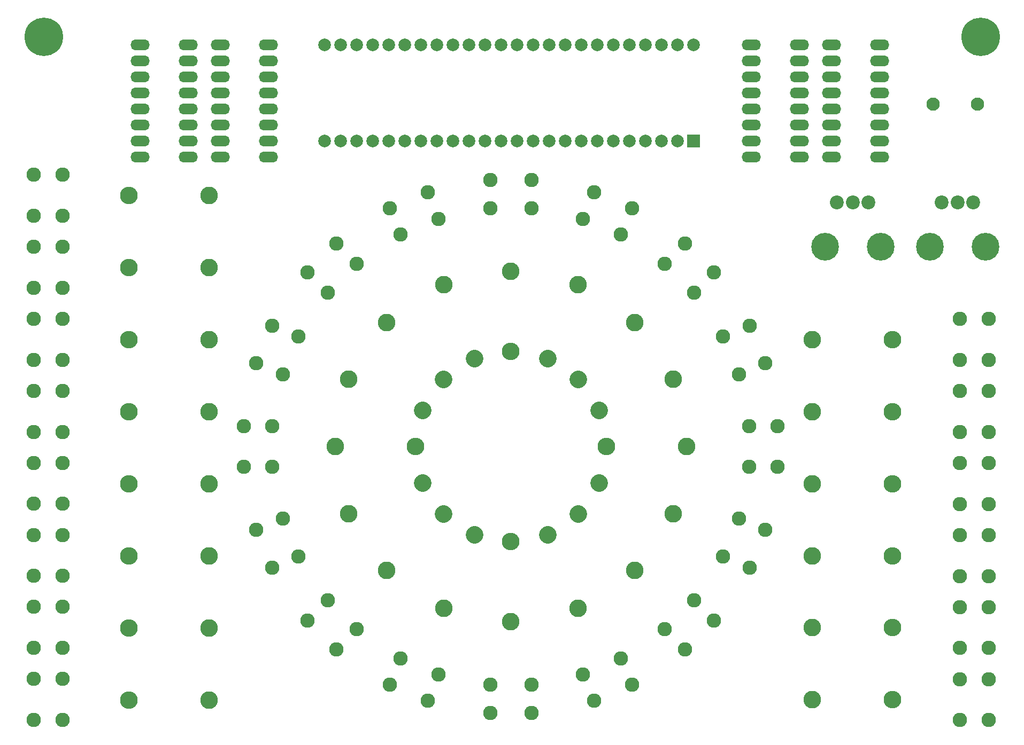
<source format=gbs>
G04 #@! TF.FileFunction,Soldermask,Bot*
%FSLAX46Y46*%
G04 Gerber Fmt 4.6, Leading zero omitted, Abs format (unit mm)*
G04 Created by KiCad (PCBNEW 4.0.6) date Saturday, 24. November 2018 'u26' 13:26:01*
%MOMM*%
%LPD*%
G01*
G04 APERTURE LIST*
%ADD10C,0.100000*%
%ADD11C,6.100000*%
%ADD12O,3.041600X1.720800*%
%ADD13C,2.000000*%
%ADD14R,2.000000X2.000000*%
%ADD15C,2.200000*%
%ADD16C,4.400000*%
%ADD17C,2.100000*%
%ADD18C,2.279600*%
%ADD19C,2.800000*%
%ADD20O,2.800000X2.800000*%
%ADD21C,2.800000*%
G04 APERTURE END LIST*
D10*
D11*
X220167200Y-38912800D03*
D12*
X191511200Y-40182800D03*
X191511200Y-42722800D03*
X191511200Y-45262800D03*
X191511200Y-47802800D03*
X191511200Y-50342800D03*
X191511200Y-52882800D03*
X191511200Y-55422800D03*
X191511200Y-57962800D03*
X183891200Y-57962800D03*
X183891200Y-55422800D03*
X183891200Y-52882800D03*
X183891200Y-50342800D03*
X183891200Y-47802800D03*
X183891200Y-45262800D03*
X183891200Y-42722800D03*
X183891200Y-40182800D03*
D13*
X134061200Y-55422800D03*
X131521200Y-55422800D03*
X128981200Y-55422800D03*
X126441200Y-55422800D03*
X136601200Y-55422800D03*
X139141200Y-55422800D03*
X141681200Y-55422800D03*
X123901200Y-55422800D03*
X121361200Y-55422800D03*
X118821200Y-55422800D03*
X116281200Y-55422800D03*
X116281200Y-40182800D03*
X118821200Y-40182800D03*
X121361200Y-40182800D03*
X123901200Y-40182800D03*
X126441200Y-40182800D03*
X128981200Y-40182800D03*
X131521200Y-40182800D03*
X134061200Y-40182800D03*
X144221200Y-55422800D03*
X146761200Y-55422800D03*
X149301200Y-55422800D03*
X151841200Y-55422800D03*
X154381200Y-55422800D03*
X156921200Y-55422800D03*
X159461200Y-55422800D03*
X162001200Y-55422800D03*
X164541200Y-55422800D03*
X167081200Y-55422800D03*
X169621200Y-55422800D03*
X172161200Y-55422800D03*
D14*
X174701200Y-55422800D03*
D13*
X136601200Y-40182800D03*
X139141200Y-40182800D03*
X141681200Y-40182800D03*
X144221200Y-40182800D03*
X146761200Y-40182800D03*
X149301200Y-40182800D03*
X151841200Y-40182800D03*
X154381200Y-40182800D03*
X156921200Y-40182800D03*
X159461200Y-40182800D03*
X162001200Y-40182800D03*
X164541200Y-40182800D03*
X167081200Y-40182800D03*
X169621200Y-40182800D03*
X172161200Y-40182800D03*
X174701200Y-40182800D03*
D15*
X202429200Y-65186800D03*
X199929200Y-65186800D03*
X197429200Y-65186800D03*
D16*
X204329200Y-72186800D03*
X195529200Y-72186800D03*
D12*
X204211200Y-40182800D03*
X204211200Y-42722800D03*
X204211200Y-45262800D03*
X204211200Y-47802800D03*
X204211200Y-50342800D03*
X204211200Y-52882800D03*
X204211200Y-55422800D03*
X204211200Y-57962800D03*
X196591200Y-57962800D03*
X196591200Y-55422800D03*
X196591200Y-52882800D03*
X196591200Y-50342800D03*
X196591200Y-47802800D03*
X196591200Y-45262800D03*
X196591200Y-42722800D03*
X196591200Y-40182800D03*
X107391200Y-40182800D03*
X107391200Y-42722800D03*
X107391200Y-45262800D03*
X107391200Y-47802800D03*
X107391200Y-50342800D03*
X107391200Y-52882800D03*
X107391200Y-55422800D03*
X107391200Y-57962800D03*
X99771200Y-57962800D03*
X99771200Y-55422800D03*
X99771200Y-52882800D03*
X99771200Y-50342800D03*
X99771200Y-47802800D03*
X99771200Y-45262800D03*
X99771200Y-42722800D03*
X99771200Y-40182800D03*
D17*
X219659200Y-49580800D03*
X212659200Y-49580800D03*
D12*
X94691200Y-40182800D03*
X94691200Y-42722800D03*
X94691200Y-45262800D03*
X94691200Y-47802800D03*
X94691200Y-50342800D03*
X94691200Y-52882800D03*
X94691200Y-55422800D03*
X94691200Y-57962800D03*
X87071200Y-57962800D03*
X87071200Y-55422800D03*
X87071200Y-52882800D03*
X87071200Y-50342800D03*
X87071200Y-47802800D03*
X87071200Y-45262800D03*
X87071200Y-42722800D03*
X87071200Y-40182800D03*
D18*
X142544800Y-141605000D03*
X149047200Y-141605000D03*
X142544800Y-146126200D03*
X149047200Y-146126200D03*
X157234526Y-139976439D03*
X163241960Y-137488079D03*
X158964714Y-144153483D03*
X164972148Y-141665123D03*
X170182840Y-132850331D03*
X174780731Y-128252440D03*
X173379811Y-136047302D03*
X177977702Y-131449411D03*
X179418479Y-121311560D03*
X181906839Y-115304126D03*
X183595523Y-123041748D03*
X186083883Y-117034314D03*
X183535400Y-107116800D03*
X183535400Y-100614400D03*
X188056600Y-107116800D03*
X188056600Y-100614400D03*
X181906839Y-92427074D03*
X179418479Y-86419640D03*
X186083883Y-90696886D03*
X183595523Y-84689452D03*
X174780731Y-79478760D03*
X170182840Y-74880869D03*
X177977702Y-76281789D03*
X173379811Y-71683898D03*
X163241960Y-70243121D03*
X157234526Y-67754761D03*
X164972148Y-66066077D03*
X158964714Y-63577717D03*
X149047200Y-66126200D03*
X142544800Y-66126200D03*
X149047200Y-61605000D03*
X142544800Y-61605000D03*
X134357474Y-67754761D03*
X128350040Y-70243121D03*
X132627286Y-63577717D03*
X126619852Y-66066077D03*
X121409160Y-74880869D03*
X116811269Y-79478760D03*
X118212189Y-71683898D03*
X113614298Y-76281789D03*
X112173521Y-86419640D03*
X109685161Y-92427074D03*
X107996477Y-84689452D03*
X105508117Y-90696886D03*
X108056600Y-100614400D03*
X108056600Y-107116800D03*
X103535400Y-100614400D03*
X103535400Y-107116800D03*
X109685161Y-115304126D03*
X112173521Y-121311560D03*
X105508117Y-117034314D03*
X107996477Y-123041748D03*
X116811269Y-128252440D03*
X121409160Y-132850331D03*
X113614298Y-131449411D03*
X118212189Y-136047302D03*
X128350040Y-137488079D03*
X134357474Y-139976439D03*
X126619852Y-141665123D03*
X132627286Y-144153483D03*
X74808080Y-60777120D03*
X74808080Y-67279520D03*
X70286880Y-60777120D03*
X70286880Y-67279520D03*
X74808080Y-72197120D03*
X74808080Y-78699520D03*
X70286880Y-72197120D03*
X70286880Y-78699520D03*
X74808080Y-83617120D03*
X74808080Y-90119520D03*
X70286880Y-83617120D03*
X70286880Y-90119520D03*
X74808080Y-95037120D03*
X74808080Y-101539520D03*
X70286880Y-95037120D03*
X70286880Y-101539520D03*
X74808080Y-106457120D03*
X74808080Y-112959520D03*
X70286880Y-106457120D03*
X70286880Y-112959520D03*
X74808080Y-117877120D03*
X74808080Y-124379520D03*
X70286880Y-117877120D03*
X70286880Y-124379520D03*
X74808080Y-129297120D03*
X74808080Y-135799520D03*
X70286880Y-129297120D03*
X70286880Y-135799520D03*
X74808080Y-140717120D03*
X74808080Y-147219520D03*
X70286880Y-140717120D03*
X70286880Y-147219520D03*
X216910920Y-90139520D03*
X216910920Y-83637120D03*
X221432120Y-90139520D03*
X221432120Y-83637120D03*
X216910920Y-101559520D03*
X216910920Y-95057120D03*
X221432120Y-101559520D03*
X221432120Y-95057120D03*
X216910920Y-112979520D03*
X216910920Y-106477120D03*
X221432120Y-112979520D03*
X221432120Y-106477120D03*
X216910920Y-124399520D03*
X216910920Y-117897120D03*
X221432120Y-124399520D03*
X221432120Y-117897120D03*
X216910920Y-135819520D03*
X216910920Y-129317120D03*
X221432120Y-135819520D03*
X221432120Y-129317120D03*
X216910920Y-147239520D03*
X216910920Y-140737120D03*
X221432120Y-147239520D03*
X221432120Y-140737120D03*
D19*
X145796000Y-76057600D03*
D20*
X145796000Y-88757600D03*
D19*
X156437661Y-78174358D03*
D21*
X151577581Y-89907628D02*
X151577581Y-89907628D01*
D19*
X165459225Y-84202375D03*
D21*
X156478969Y-93182631D02*
X156478969Y-93182631D01*
D19*
X171487242Y-93223939D03*
D21*
X159753972Y-98084019D02*
X159753972Y-98084019D01*
D19*
X173604000Y-103865600D03*
D20*
X160904000Y-103865600D03*
D19*
X171487242Y-114507261D03*
D21*
X159753972Y-109647181D02*
X159753972Y-109647181D01*
D19*
X165459225Y-123528825D03*
D21*
X156478969Y-114548569D02*
X156478969Y-114548569D01*
D19*
X156437661Y-129556842D03*
D21*
X151577581Y-117823572D02*
X151577581Y-117823572D01*
D19*
X145796000Y-131673600D03*
D20*
X145796000Y-118973600D03*
D19*
X135154339Y-129556842D03*
D21*
X140014419Y-117823572D02*
X140014419Y-117823572D01*
D19*
X126132775Y-123528825D03*
D21*
X135113031Y-114548569D02*
X135113031Y-114548569D01*
D19*
X120104758Y-114507261D03*
D21*
X131838028Y-109647181D02*
X131838028Y-109647181D01*
D19*
X117988000Y-103865600D03*
D20*
X130688000Y-103865600D03*
D19*
X120104758Y-93223939D03*
D21*
X131838028Y-98084019D02*
X131838028Y-98084019D01*
D19*
X126132775Y-84202375D03*
D21*
X135113031Y-93182631D02*
X135113031Y-93182631D01*
D19*
X135154339Y-78174358D03*
D21*
X140014419Y-89907628D02*
X140014419Y-89907628D01*
D19*
X98044000Y-64109600D03*
D20*
X85344000Y-64109600D03*
D19*
X98044000Y-75529600D03*
D20*
X85344000Y-75529600D03*
D19*
X98044000Y-86949600D03*
D20*
X85344000Y-86949600D03*
D19*
X98044000Y-98369600D03*
D20*
X85344000Y-98369600D03*
D19*
X98044000Y-109789600D03*
D20*
X85344000Y-109789600D03*
D19*
X98044000Y-121209600D03*
D20*
X85344000Y-121209600D03*
D19*
X98044000Y-132629600D03*
D20*
X85344000Y-132629600D03*
D19*
X98044000Y-144049600D03*
D20*
X85344000Y-144049600D03*
D19*
X193548000Y-144018800D03*
D20*
X206248000Y-144018800D03*
D19*
X193548000Y-132598800D03*
D20*
X206248000Y-132598800D03*
D19*
X193548000Y-121178800D03*
D20*
X206248000Y-121178800D03*
D19*
X193548000Y-109758800D03*
D20*
X206248000Y-109758800D03*
D19*
X193548000Y-98338800D03*
D20*
X206248000Y-98338800D03*
D19*
X193548000Y-86918800D03*
D20*
X206248000Y-86918800D03*
D15*
X219029200Y-65186800D03*
X216529200Y-65186800D03*
X214029200Y-65186800D03*
D16*
X220929200Y-72186800D03*
X212129200Y-72186800D03*
D11*
X71831200Y-38912800D03*
M02*

</source>
